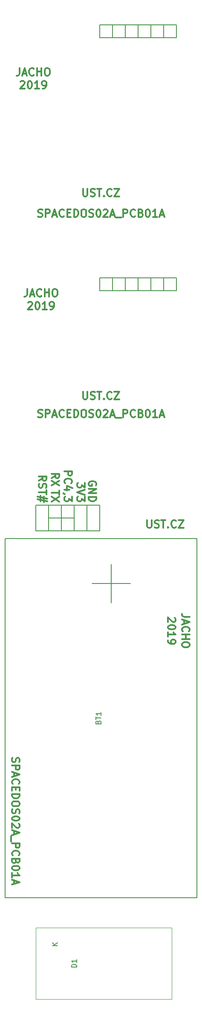
<source format=gbr>
G04 #@! TF.GenerationSoftware,KiCad,Pcbnew,(5.1.0-rc1-3-g6bb8fde48)*
G04 #@! TF.CreationDate,2019-05-06T08:53:10+02:00
G04 #@! TF.ProjectId,SPACEDOS02A_PCB01A,53504143-4544-44f5-9330-32415f504342,REV*
G04 #@! TF.SameCoordinates,Original*
G04 #@! TF.FileFunction,Legend,Top*
G04 #@! TF.FilePolarity,Positive*
%FSLAX46Y46*%
G04 Gerber Fmt 4.6, Leading zero omitted, Abs format (unit mm)*
G04 Created by KiCad (PCBNEW (5.1.0-rc1-3-g6bb8fde48)) date 2019-05-06 08:53:10*
%MOMM*%
%LPD*%
G04 APERTURE LIST*
%ADD10C,0.300000*%
%ADD11C,0.150000*%
%ADD12C,0.100000*%
G04 APERTURE END LIST*
D10*
X4540571Y142918571D02*
X4612000Y142990000D01*
X4754857Y143061428D01*
X5112000Y143061428D01*
X5254857Y142990000D01*
X5326285Y142918571D01*
X5397714Y142775714D01*
X5397714Y142632857D01*
X5326285Y142418571D01*
X4469142Y141561428D01*
X5397714Y141561428D01*
X6326285Y143061428D02*
X6469142Y143061428D01*
X6612000Y142990000D01*
X6683428Y142918571D01*
X6754857Y142775714D01*
X6826285Y142490000D01*
X6826285Y142132857D01*
X6754857Y141847142D01*
X6683428Y141704285D01*
X6612000Y141632857D01*
X6469142Y141561428D01*
X6326285Y141561428D01*
X6183428Y141632857D01*
X6112000Y141704285D01*
X6040571Y141847142D01*
X5969142Y142132857D01*
X5969142Y142490000D01*
X6040571Y142775714D01*
X6112000Y142918571D01*
X6183428Y142990000D01*
X6326285Y143061428D01*
X8254857Y141561428D02*
X7397714Y141561428D01*
X7826285Y141561428D02*
X7826285Y143061428D01*
X7683428Y142847142D01*
X7540571Y142704285D01*
X7397714Y142632857D01*
X8969142Y141561428D02*
X9254857Y141561428D01*
X9397714Y141632857D01*
X9469142Y141704285D01*
X9612000Y141918571D01*
X9683428Y142204285D01*
X9683428Y142775714D01*
X9612000Y142918571D01*
X9540571Y142990000D01*
X9397714Y143061428D01*
X9112000Y143061428D01*
X8969142Y142990000D01*
X8897714Y142918571D01*
X8826285Y142775714D01*
X8826285Y142418571D01*
X8897714Y142275714D01*
X8969142Y142204285D01*
X9112000Y142132857D01*
X9397714Y142132857D01*
X9540571Y142204285D01*
X9612000Y142275714D01*
X9683428Y142418571D01*
X4362000Y145601428D02*
X4362000Y144530000D01*
X4290571Y144315714D01*
X4147714Y144172857D01*
X3933428Y144101428D01*
X3790571Y144101428D01*
X5004857Y144530000D02*
X5719142Y144530000D01*
X4862000Y144101428D02*
X5362000Y145601428D01*
X5862000Y144101428D01*
X7219142Y144244285D02*
X7147714Y144172857D01*
X6933428Y144101428D01*
X6790571Y144101428D01*
X6576285Y144172857D01*
X6433428Y144315714D01*
X6362000Y144458571D01*
X6290571Y144744285D01*
X6290571Y144958571D01*
X6362000Y145244285D01*
X6433428Y145387142D01*
X6576285Y145530000D01*
X6790571Y145601428D01*
X6933428Y145601428D01*
X7147714Y145530000D01*
X7219142Y145458571D01*
X7862000Y144101428D02*
X7862000Y145601428D01*
X7862000Y144887142D02*
X8719142Y144887142D01*
X8719142Y144101428D02*
X8719142Y145601428D01*
X9719142Y145601428D02*
X10004857Y145601428D01*
X10147714Y145530000D01*
X10290571Y145387142D01*
X10362000Y145101428D01*
X10362000Y144601428D01*
X10290571Y144315714D01*
X10147714Y144172857D01*
X10004857Y144101428D01*
X9719142Y144101428D01*
X9576285Y144172857D01*
X9433428Y144315714D01*
X9362000Y144601428D01*
X9362000Y145101428D01*
X9433428Y145387142D01*
X9576285Y145530000D01*
X9719142Y145601428D01*
X3016571Y186606571D02*
X3088000Y186678000D01*
X3230857Y186749428D01*
X3588000Y186749428D01*
X3730857Y186678000D01*
X3802285Y186606571D01*
X3873714Y186463714D01*
X3873714Y186320857D01*
X3802285Y186106571D01*
X2945142Y185249428D01*
X3873714Y185249428D01*
X4802285Y186749428D02*
X4945142Y186749428D01*
X5088000Y186678000D01*
X5159428Y186606571D01*
X5230857Y186463714D01*
X5302285Y186178000D01*
X5302285Y185820857D01*
X5230857Y185535142D01*
X5159428Y185392285D01*
X5088000Y185320857D01*
X4945142Y185249428D01*
X4802285Y185249428D01*
X4659428Y185320857D01*
X4588000Y185392285D01*
X4516571Y185535142D01*
X4445142Y185820857D01*
X4445142Y186178000D01*
X4516571Y186463714D01*
X4588000Y186606571D01*
X4659428Y186678000D01*
X4802285Y186749428D01*
X6730857Y185249428D02*
X5873714Y185249428D01*
X6302285Y185249428D02*
X6302285Y186749428D01*
X6159428Y186535142D01*
X6016571Y186392285D01*
X5873714Y186320857D01*
X7445142Y185249428D02*
X7730857Y185249428D01*
X7873714Y185320857D01*
X7945142Y185392285D01*
X8088000Y185606571D01*
X8159428Y185892285D01*
X8159428Y186463714D01*
X8088000Y186606571D01*
X8016571Y186678000D01*
X7873714Y186749428D01*
X7588000Y186749428D01*
X7445142Y186678000D01*
X7373714Y186606571D01*
X7302285Y186463714D01*
X7302285Y186106571D01*
X7373714Y185963714D01*
X7445142Y185892285D01*
X7588000Y185820857D01*
X7873714Y185820857D01*
X8016571Y185892285D01*
X8088000Y185963714D01*
X8159428Y186106571D01*
X2838000Y189289428D02*
X2838000Y188218000D01*
X2766571Y188003714D01*
X2623714Y187860857D01*
X2409428Y187789428D01*
X2266571Y187789428D01*
X3480857Y188218000D02*
X4195142Y188218000D01*
X3338000Y187789428D02*
X3838000Y189289428D01*
X4338000Y187789428D01*
X5695142Y187932285D02*
X5623714Y187860857D01*
X5409428Y187789428D01*
X5266571Y187789428D01*
X5052285Y187860857D01*
X4909428Y188003714D01*
X4838000Y188146571D01*
X4766571Y188432285D01*
X4766571Y188646571D01*
X4838000Y188932285D01*
X4909428Y189075142D01*
X5052285Y189218000D01*
X5266571Y189289428D01*
X5409428Y189289428D01*
X5623714Y189218000D01*
X5695142Y189146571D01*
X6338000Y187789428D02*
X6338000Y189289428D01*
X6338000Y188575142D02*
X7195142Y188575142D01*
X7195142Y187789428D02*
X7195142Y189289428D01*
X8195142Y189289428D02*
X8480857Y189289428D01*
X8623714Y189218000D01*
X8766571Y189075142D01*
X8838000Y188789428D01*
X8838000Y188289428D01*
X8766571Y188003714D01*
X8623714Y187860857D01*
X8480857Y187789428D01*
X8195142Y187789428D01*
X8052285Y187860857D01*
X7909428Y188003714D01*
X7838000Y188289428D01*
X7838000Y188789428D01*
X7909428Y189075142D01*
X8052285Y189218000D01*
X8195142Y189289428D01*
X15464285Y165413428D02*
X15464285Y164199142D01*
X15535714Y164056285D01*
X15607142Y163984857D01*
X15750000Y163913428D01*
X16035714Y163913428D01*
X16178571Y163984857D01*
X16250000Y164056285D01*
X16321428Y164199142D01*
X16321428Y165413428D01*
X16964285Y163984857D02*
X17178571Y163913428D01*
X17535714Y163913428D01*
X17678571Y163984857D01*
X17750000Y164056285D01*
X17821428Y164199142D01*
X17821428Y164342000D01*
X17750000Y164484857D01*
X17678571Y164556285D01*
X17535714Y164627714D01*
X17250000Y164699142D01*
X17107142Y164770571D01*
X17035714Y164842000D01*
X16964285Y164984857D01*
X16964285Y165127714D01*
X17035714Y165270571D01*
X17107142Y165342000D01*
X17250000Y165413428D01*
X17607142Y165413428D01*
X17821428Y165342000D01*
X18250000Y165413428D02*
X19107142Y165413428D01*
X18678571Y163913428D02*
X18678571Y165413428D01*
X19607142Y164056285D02*
X19678571Y163984857D01*
X19607142Y163913428D01*
X19535714Y163984857D01*
X19607142Y164056285D01*
X19607142Y163913428D01*
X21178571Y164056285D02*
X21107142Y163984857D01*
X20892857Y163913428D01*
X20750000Y163913428D01*
X20535714Y163984857D01*
X20392857Y164127714D01*
X20321428Y164270571D01*
X20250000Y164556285D01*
X20250000Y164770571D01*
X20321428Y165056285D01*
X20392857Y165199142D01*
X20535714Y165342000D01*
X20750000Y165413428D01*
X20892857Y165413428D01*
X21107142Y165342000D01*
X21178571Y165270571D01*
X21678571Y165413428D02*
X22678571Y165413428D01*
X21678571Y163913428D01*
X22678571Y163913428D01*
X15464285Y125281428D02*
X15464285Y124067142D01*
X15535714Y123924285D01*
X15607142Y123852857D01*
X15750000Y123781428D01*
X16035714Y123781428D01*
X16178571Y123852857D01*
X16250000Y123924285D01*
X16321428Y124067142D01*
X16321428Y125281428D01*
X16964285Y123852857D02*
X17178571Y123781428D01*
X17535714Y123781428D01*
X17678571Y123852857D01*
X17750000Y123924285D01*
X17821428Y124067142D01*
X17821428Y124210000D01*
X17750000Y124352857D01*
X17678571Y124424285D01*
X17535714Y124495714D01*
X17250000Y124567142D01*
X17107142Y124638571D01*
X17035714Y124710000D01*
X16964285Y124852857D01*
X16964285Y124995714D01*
X17035714Y125138571D01*
X17107142Y125210000D01*
X17250000Y125281428D01*
X17607142Y125281428D01*
X17821428Y125210000D01*
X18250000Y125281428D02*
X19107142Y125281428D01*
X18678571Y123781428D02*
X18678571Y125281428D01*
X19607142Y123924285D02*
X19678571Y123852857D01*
X19607142Y123781428D01*
X19535714Y123852857D01*
X19607142Y123924285D01*
X19607142Y123781428D01*
X21178571Y123924285D02*
X21107142Y123852857D01*
X20892857Y123781428D01*
X20750000Y123781428D01*
X20535714Y123852857D01*
X20392857Y123995714D01*
X20321428Y124138571D01*
X20250000Y124424285D01*
X20250000Y124638571D01*
X20321428Y124924285D01*
X20392857Y125067142D01*
X20535714Y125210000D01*
X20750000Y125281428D01*
X20892857Y125281428D01*
X21107142Y125210000D01*
X21178571Y125138571D01*
X21678571Y125281428D02*
X22678571Y125281428D01*
X21678571Y123781428D01*
X22678571Y123781428D01*
X6535714Y159920857D02*
X6750000Y159849428D01*
X7107142Y159849428D01*
X7250000Y159920857D01*
X7321428Y159992285D01*
X7392857Y160135142D01*
X7392857Y160278000D01*
X7321428Y160420857D01*
X7250000Y160492285D01*
X7107142Y160563714D01*
X6821428Y160635142D01*
X6678571Y160706571D01*
X6607142Y160778000D01*
X6535714Y160920857D01*
X6535714Y161063714D01*
X6607142Y161206571D01*
X6678571Y161278000D01*
X6821428Y161349428D01*
X7178571Y161349428D01*
X7392857Y161278000D01*
X8035714Y159849428D02*
X8035714Y161349428D01*
X8607142Y161349428D01*
X8750000Y161278000D01*
X8821428Y161206571D01*
X8892857Y161063714D01*
X8892857Y160849428D01*
X8821428Y160706571D01*
X8750000Y160635142D01*
X8607142Y160563714D01*
X8035714Y160563714D01*
X9464285Y160278000D02*
X10178571Y160278000D01*
X9321428Y159849428D02*
X9821428Y161349428D01*
X10321428Y159849428D01*
X11678571Y159992285D02*
X11607142Y159920857D01*
X11392857Y159849428D01*
X11250000Y159849428D01*
X11035714Y159920857D01*
X10892857Y160063714D01*
X10821428Y160206571D01*
X10750000Y160492285D01*
X10750000Y160706571D01*
X10821428Y160992285D01*
X10892857Y161135142D01*
X11035714Y161278000D01*
X11250000Y161349428D01*
X11392857Y161349428D01*
X11607142Y161278000D01*
X11678571Y161206571D01*
X12321428Y160635142D02*
X12821428Y160635142D01*
X13035714Y159849428D02*
X12321428Y159849428D01*
X12321428Y161349428D01*
X13035714Y161349428D01*
X13678571Y159849428D02*
X13678571Y161349428D01*
X14035714Y161349428D01*
X14250000Y161278000D01*
X14392857Y161135142D01*
X14464285Y160992285D01*
X14535714Y160706571D01*
X14535714Y160492285D01*
X14464285Y160206571D01*
X14392857Y160063714D01*
X14250000Y159920857D01*
X14035714Y159849428D01*
X13678571Y159849428D01*
X15464285Y161349428D02*
X15750000Y161349428D01*
X15892857Y161278000D01*
X16035714Y161135142D01*
X16107142Y160849428D01*
X16107142Y160349428D01*
X16035714Y160063714D01*
X15892857Y159920857D01*
X15750000Y159849428D01*
X15464285Y159849428D01*
X15321428Y159920857D01*
X15178571Y160063714D01*
X15107142Y160349428D01*
X15107142Y160849428D01*
X15178571Y161135142D01*
X15321428Y161278000D01*
X15464285Y161349428D01*
X16678571Y159920857D02*
X16892857Y159849428D01*
X17250000Y159849428D01*
X17392857Y159920857D01*
X17464285Y159992285D01*
X17535714Y160135142D01*
X17535714Y160278000D01*
X17464285Y160420857D01*
X17392857Y160492285D01*
X17250000Y160563714D01*
X16964285Y160635142D01*
X16821428Y160706571D01*
X16749999Y160778000D01*
X16678571Y160920857D01*
X16678571Y161063714D01*
X16749999Y161206571D01*
X16821428Y161278000D01*
X16964285Y161349428D01*
X17321428Y161349428D01*
X17535714Y161278000D01*
X18464285Y161349428D02*
X18607142Y161349428D01*
X18750000Y161278000D01*
X18821428Y161206571D01*
X18892857Y161063714D01*
X18964285Y160778000D01*
X18964285Y160420857D01*
X18892857Y160135142D01*
X18821428Y159992285D01*
X18750000Y159920857D01*
X18607142Y159849428D01*
X18464285Y159849428D01*
X18321428Y159920857D01*
X18250000Y159992285D01*
X18178571Y160135142D01*
X18107142Y160420857D01*
X18107142Y160778000D01*
X18178571Y161063714D01*
X18250000Y161206571D01*
X18321428Y161278000D01*
X18464285Y161349428D01*
X19535714Y161206571D02*
X19607142Y161278000D01*
X19750000Y161349428D01*
X20107142Y161349428D01*
X20250000Y161278000D01*
X20321428Y161206571D01*
X20392857Y161063714D01*
X20392857Y160920857D01*
X20321428Y160706571D01*
X19464285Y159849428D01*
X20392857Y159849428D01*
X20964285Y160278000D02*
X21678571Y160278000D01*
X20821428Y159849428D02*
X21321428Y161349428D01*
X21821428Y159849428D01*
X21964285Y159706571D02*
X23107142Y159706571D01*
X23464285Y159849428D02*
X23464285Y161349428D01*
X24035714Y161349428D01*
X24178571Y161278000D01*
X24250000Y161206571D01*
X24321428Y161063714D01*
X24321428Y160849428D01*
X24250000Y160706571D01*
X24178571Y160635142D01*
X24035714Y160563714D01*
X23464285Y160563714D01*
X25821428Y159992285D02*
X25750000Y159920857D01*
X25535714Y159849428D01*
X25392857Y159849428D01*
X25178571Y159920857D01*
X25035714Y160063714D01*
X24964285Y160206571D01*
X24892857Y160492285D01*
X24892857Y160706571D01*
X24964285Y160992285D01*
X25035714Y161135142D01*
X25178571Y161278000D01*
X25392857Y161349428D01*
X25535714Y161349428D01*
X25750000Y161278000D01*
X25821428Y161206571D01*
X26964285Y160635142D02*
X27178571Y160563714D01*
X27250000Y160492285D01*
X27321428Y160349428D01*
X27321428Y160135142D01*
X27250000Y159992285D01*
X27178571Y159920857D01*
X27035714Y159849428D01*
X26464285Y159849428D01*
X26464285Y161349428D01*
X26964285Y161349428D01*
X27107142Y161278000D01*
X27178571Y161206571D01*
X27250000Y161063714D01*
X27250000Y160920857D01*
X27178571Y160778000D01*
X27107142Y160706571D01*
X26964285Y160635142D01*
X26464285Y160635142D01*
X28250000Y161349428D02*
X28392857Y161349428D01*
X28535714Y161278000D01*
X28607142Y161206571D01*
X28678571Y161063714D01*
X28750000Y160778000D01*
X28750000Y160420857D01*
X28678571Y160135142D01*
X28607142Y159992285D01*
X28535714Y159920857D01*
X28392857Y159849428D01*
X28250000Y159849428D01*
X28107142Y159920857D01*
X28035714Y159992285D01*
X27964285Y160135142D01*
X27892857Y160420857D01*
X27892857Y160778000D01*
X27964285Y161063714D01*
X28035714Y161206571D01*
X28107142Y161278000D01*
X28250000Y161349428D01*
X30178571Y159849428D02*
X29321428Y159849428D01*
X29750000Y159849428D02*
X29750000Y161349428D01*
X29607142Y161135142D01*
X29464285Y160992285D01*
X29321428Y160920857D01*
X30750000Y160278000D02*
X31464285Y160278000D01*
X30607142Y159849428D02*
X31107142Y161349428D01*
X31607142Y159849428D01*
X6535714Y120296857D02*
X6750000Y120225428D01*
X7107142Y120225428D01*
X7250000Y120296857D01*
X7321428Y120368285D01*
X7392857Y120511142D01*
X7392857Y120654000D01*
X7321428Y120796857D01*
X7250000Y120868285D01*
X7107142Y120939714D01*
X6821428Y121011142D01*
X6678571Y121082571D01*
X6607142Y121154000D01*
X6535714Y121296857D01*
X6535714Y121439714D01*
X6607142Y121582571D01*
X6678571Y121654000D01*
X6821428Y121725428D01*
X7178571Y121725428D01*
X7392857Y121654000D01*
X8035714Y120225428D02*
X8035714Y121725428D01*
X8607142Y121725428D01*
X8750000Y121654000D01*
X8821428Y121582571D01*
X8892857Y121439714D01*
X8892857Y121225428D01*
X8821428Y121082571D01*
X8750000Y121011142D01*
X8607142Y120939714D01*
X8035714Y120939714D01*
X9464285Y120654000D02*
X10178571Y120654000D01*
X9321428Y120225428D02*
X9821428Y121725428D01*
X10321428Y120225428D01*
X11678571Y120368285D02*
X11607142Y120296857D01*
X11392857Y120225428D01*
X11250000Y120225428D01*
X11035714Y120296857D01*
X10892857Y120439714D01*
X10821428Y120582571D01*
X10750000Y120868285D01*
X10750000Y121082571D01*
X10821428Y121368285D01*
X10892857Y121511142D01*
X11035714Y121654000D01*
X11250000Y121725428D01*
X11392857Y121725428D01*
X11607142Y121654000D01*
X11678571Y121582571D01*
X12321428Y121011142D02*
X12821428Y121011142D01*
X13035714Y120225428D02*
X12321428Y120225428D01*
X12321428Y121725428D01*
X13035714Y121725428D01*
X13678571Y120225428D02*
X13678571Y121725428D01*
X14035714Y121725428D01*
X14250000Y121654000D01*
X14392857Y121511142D01*
X14464285Y121368285D01*
X14535714Y121082571D01*
X14535714Y120868285D01*
X14464285Y120582571D01*
X14392857Y120439714D01*
X14250000Y120296857D01*
X14035714Y120225428D01*
X13678571Y120225428D01*
X15464285Y121725428D02*
X15750000Y121725428D01*
X15892857Y121654000D01*
X16035714Y121511142D01*
X16107142Y121225428D01*
X16107142Y120725428D01*
X16035714Y120439714D01*
X15892857Y120296857D01*
X15750000Y120225428D01*
X15464285Y120225428D01*
X15321428Y120296857D01*
X15178571Y120439714D01*
X15107142Y120725428D01*
X15107142Y121225428D01*
X15178571Y121511142D01*
X15321428Y121654000D01*
X15464285Y121725428D01*
X16678571Y120296857D02*
X16892857Y120225428D01*
X17250000Y120225428D01*
X17392857Y120296857D01*
X17464285Y120368285D01*
X17535714Y120511142D01*
X17535714Y120654000D01*
X17464285Y120796857D01*
X17392857Y120868285D01*
X17250000Y120939714D01*
X16964285Y121011142D01*
X16821428Y121082571D01*
X16749999Y121154000D01*
X16678571Y121296857D01*
X16678571Y121439714D01*
X16749999Y121582571D01*
X16821428Y121654000D01*
X16964285Y121725428D01*
X17321428Y121725428D01*
X17535714Y121654000D01*
X18464285Y121725428D02*
X18607142Y121725428D01*
X18750000Y121654000D01*
X18821428Y121582571D01*
X18892857Y121439714D01*
X18964285Y121154000D01*
X18964285Y120796857D01*
X18892857Y120511142D01*
X18821428Y120368285D01*
X18750000Y120296857D01*
X18607142Y120225428D01*
X18464285Y120225428D01*
X18321428Y120296857D01*
X18250000Y120368285D01*
X18178571Y120511142D01*
X18107142Y120796857D01*
X18107142Y121154000D01*
X18178571Y121439714D01*
X18250000Y121582571D01*
X18321428Y121654000D01*
X18464285Y121725428D01*
X19535714Y121582571D02*
X19607142Y121654000D01*
X19750000Y121725428D01*
X20107142Y121725428D01*
X20250000Y121654000D01*
X20321428Y121582571D01*
X20392857Y121439714D01*
X20392857Y121296857D01*
X20321428Y121082571D01*
X19464285Y120225428D01*
X20392857Y120225428D01*
X20964285Y120654000D02*
X21678571Y120654000D01*
X20821428Y120225428D02*
X21321428Y121725428D01*
X21821428Y120225428D01*
X21964285Y120082571D02*
X23107142Y120082571D01*
X23464285Y120225428D02*
X23464285Y121725428D01*
X24035714Y121725428D01*
X24178571Y121654000D01*
X24250000Y121582571D01*
X24321428Y121439714D01*
X24321428Y121225428D01*
X24250000Y121082571D01*
X24178571Y121011142D01*
X24035714Y120939714D01*
X23464285Y120939714D01*
X25821428Y120368285D02*
X25750000Y120296857D01*
X25535714Y120225428D01*
X25392857Y120225428D01*
X25178571Y120296857D01*
X25035714Y120439714D01*
X24964285Y120582571D01*
X24892857Y120868285D01*
X24892857Y121082571D01*
X24964285Y121368285D01*
X25035714Y121511142D01*
X25178571Y121654000D01*
X25392857Y121725428D01*
X25535714Y121725428D01*
X25750000Y121654000D01*
X25821428Y121582571D01*
X26964285Y121011142D02*
X27178571Y120939714D01*
X27250000Y120868285D01*
X27321428Y120725428D01*
X27321428Y120511142D01*
X27250000Y120368285D01*
X27178571Y120296857D01*
X27035714Y120225428D01*
X26464285Y120225428D01*
X26464285Y121725428D01*
X26964285Y121725428D01*
X27107142Y121654000D01*
X27178571Y121582571D01*
X27250000Y121439714D01*
X27250000Y121296857D01*
X27178571Y121154000D01*
X27107142Y121082571D01*
X26964285Y121011142D01*
X26464285Y121011142D01*
X28250000Y121725428D02*
X28392857Y121725428D01*
X28535714Y121654000D01*
X28607142Y121582571D01*
X28678571Y121439714D01*
X28750000Y121154000D01*
X28750000Y120796857D01*
X28678571Y120511142D01*
X28607142Y120368285D01*
X28535714Y120296857D01*
X28392857Y120225428D01*
X28250000Y120225428D01*
X28107142Y120296857D01*
X28035714Y120368285D01*
X27964285Y120511142D01*
X27892857Y120796857D01*
X27892857Y121154000D01*
X27964285Y121439714D01*
X28035714Y121582571D01*
X28107142Y121654000D01*
X28250000Y121725428D01*
X30178571Y120225428D02*
X29321428Y120225428D01*
X29750000Y120225428D02*
X29750000Y121725428D01*
X29607142Y121511142D01*
X29464285Y121368285D01*
X29321428Y121296857D01*
X30750000Y120654000D02*
X31464285Y120654000D01*
X30607142Y120225428D02*
X31107142Y121725428D01*
X31607142Y120225428D01*
X18022000Y106747571D02*
X18093428Y106890428D01*
X18093428Y107104714D01*
X18022000Y107319000D01*
X17879142Y107461857D01*
X17736285Y107533285D01*
X17450571Y107604714D01*
X17236285Y107604714D01*
X16950571Y107533285D01*
X16807714Y107461857D01*
X16664857Y107319000D01*
X16593428Y107104714D01*
X16593428Y106961857D01*
X16664857Y106747571D01*
X16736285Y106676142D01*
X17236285Y106676142D01*
X17236285Y106961857D01*
X16593428Y106033285D02*
X18093428Y106033285D01*
X16593428Y105176142D01*
X18093428Y105176142D01*
X16593428Y104461857D02*
X18093428Y104461857D01*
X18093428Y104104714D01*
X18022000Y103890428D01*
X17879142Y103747571D01*
X17736285Y103676142D01*
X17450571Y103604714D01*
X17236285Y103604714D01*
X16950571Y103676142D01*
X16807714Y103747571D01*
X16664857Y103890428D01*
X16593428Y104104714D01*
X16593428Y104461857D01*
X9227428Y108200000D02*
X9941714Y108700000D01*
X9227428Y109057142D02*
X10727428Y109057142D01*
X10727428Y108485714D01*
X10656000Y108342857D01*
X10584571Y108271428D01*
X10441714Y108200000D01*
X10227428Y108200000D01*
X10084571Y108271428D01*
X10013142Y108342857D01*
X9941714Y108485714D01*
X9941714Y109057142D01*
X10727428Y107700000D02*
X9227428Y106700000D01*
X10727428Y106700000D02*
X9227428Y107700000D01*
X11767428Y109533285D02*
X13267428Y109533285D01*
X13267428Y108961857D01*
X13196000Y108819000D01*
X13124571Y108747571D01*
X12981714Y108676142D01*
X12767428Y108676142D01*
X12624571Y108747571D01*
X12553142Y108819000D01*
X12481714Y108961857D01*
X12481714Y109533285D01*
X11910285Y107176142D02*
X11838857Y107247571D01*
X11767428Y107461857D01*
X11767428Y107604714D01*
X11838857Y107819000D01*
X11981714Y107961857D01*
X12124571Y108033285D01*
X12410285Y108104714D01*
X12624571Y108104714D01*
X12910285Y108033285D01*
X13053142Y107961857D01*
X13196000Y107819000D01*
X13267428Y107604714D01*
X13267428Y107461857D01*
X13196000Y107247571D01*
X13124571Y107176142D01*
X12767428Y105890428D02*
X11767428Y105890428D01*
X13338857Y106247571D02*
X12267428Y106604714D01*
X12267428Y105676142D01*
X11838857Y105033285D02*
X11767428Y105033285D01*
X11624571Y105104714D01*
X11553142Y105176142D01*
X13267428Y104533285D02*
X13267428Y103604714D01*
X12696000Y104104714D01*
X12696000Y103890428D01*
X12624571Y103747571D01*
X12553142Y103676142D01*
X12410285Y103604714D01*
X12053142Y103604714D01*
X11910285Y103676142D01*
X11838857Y103747571D01*
X11767428Y103890428D01*
X11767428Y104319000D01*
X11838857Y104461857D01*
X11910285Y104533285D01*
X10727428Y105747571D02*
X10727428Y104890428D01*
X9227428Y105319000D02*
X10727428Y105319000D01*
X10727428Y104533285D02*
X9227428Y103533285D01*
X10727428Y103533285D02*
X9227428Y104533285D01*
X6687428Y107676142D02*
X7401714Y108176142D01*
X6687428Y108533285D02*
X8187428Y108533285D01*
X8187428Y107961857D01*
X8116000Y107819000D01*
X8044571Y107747571D01*
X7901714Y107676142D01*
X7687428Y107676142D01*
X7544571Y107747571D01*
X7473142Y107819000D01*
X7401714Y107961857D01*
X7401714Y108533285D01*
X6758857Y107104714D02*
X6687428Y106890428D01*
X6687428Y106533285D01*
X6758857Y106390428D01*
X6830285Y106319000D01*
X6973142Y106247571D01*
X7116000Y106247571D01*
X7258857Y106319000D01*
X7330285Y106390428D01*
X7401714Y106533285D01*
X7473142Y106819000D01*
X7544571Y106961857D01*
X7616000Y107033285D01*
X7758857Y107104714D01*
X7901714Y107104714D01*
X8044571Y107033285D01*
X8116000Y106961857D01*
X8187428Y106819000D01*
X8187428Y106461857D01*
X8116000Y106247571D01*
X8187428Y105819000D02*
X8187428Y104961857D01*
X6687428Y105390428D02*
X8187428Y105390428D01*
X7687428Y104533285D02*
X7687428Y103461857D01*
X8330285Y104104714D02*
X6401714Y104533285D01*
X7044571Y103604714D02*
X7044571Y104676142D01*
X6401714Y104033285D02*
X8330285Y103604714D01*
X15807428Y107247571D02*
X15807428Y106319000D01*
X15236000Y106819000D01*
X15236000Y106604714D01*
X15164571Y106461857D01*
X15093142Y106390428D01*
X14950285Y106319000D01*
X14593142Y106319000D01*
X14450285Y106390428D01*
X14378857Y106461857D01*
X14307428Y106604714D01*
X14307428Y107033285D01*
X14378857Y107176142D01*
X14450285Y107247571D01*
X15807428Y105890428D02*
X14307428Y105390428D01*
X15807428Y104890428D01*
X15807428Y104533285D02*
X15807428Y103604714D01*
X15236000Y104104714D01*
X15236000Y103890428D01*
X15164571Y103747571D01*
X15093142Y103676142D01*
X14950285Y103604714D01*
X14593142Y103604714D01*
X14450285Y103676142D01*
X14378857Y103747571D01*
X14307428Y103890428D01*
X14307428Y104319000D01*
X14378857Y104461857D01*
X14450285Y104533285D01*
X28214285Y99881428D02*
X28214285Y98667142D01*
X28285714Y98524285D01*
X28357142Y98452857D01*
X28500000Y98381428D01*
X28785714Y98381428D01*
X28928571Y98452857D01*
X29000000Y98524285D01*
X29071428Y98667142D01*
X29071428Y99881428D01*
X29714285Y98452857D02*
X29928571Y98381428D01*
X30285714Y98381428D01*
X30428571Y98452857D01*
X30500000Y98524285D01*
X30571428Y98667142D01*
X30571428Y98810000D01*
X30500000Y98952857D01*
X30428571Y99024285D01*
X30285714Y99095714D01*
X30000000Y99167142D01*
X29857142Y99238571D01*
X29785714Y99310000D01*
X29714285Y99452857D01*
X29714285Y99595714D01*
X29785714Y99738571D01*
X29857142Y99810000D01*
X30000000Y99881428D01*
X30357142Y99881428D01*
X30571428Y99810000D01*
X31000000Y99881428D02*
X31857142Y99881428D01*
X31428571Y98381428D02*
X31428571Y99881428D01*
X32357142Y98524285D02*
X32428571Y98452857D01*
X32357142Y98381428D01*
X32285714Y98452857D01*
X32357142Y98524285D01*
X32357142Y98381428D01*
X33928571Y98524285D02*
X33857142Y98452857D01*
X33642857Y98381428D01*
X33500000Y98381428D01*
X33285714Y98452857D01*
X33142857Y98595714D01*
X33071428Y98738571D01*
X33000000Y99024285D01*
X33000000Y99238571D01*
X33071428Y99524285D01*
X33142857Y99667142D01*
X33285714Y99810000D01*
X33500000Y99881428D01*
X33642857Y99881428D01*
X33857142Y99810000D01*
X33928571Y99738571D01*
X34428571Y99881428D02*
X35428571Y99881428D01*
X34428571Y98381428D01*
X35428571Y98381428D01*
X33698571Y80549428D02*
X33770000Y80478000D01*
X33841428Y80335142D01*
X33841428Y79978000D01*
X33770000Y79835142D01*
X33698571Y79763714D01*
X33555714Y79692285D01*
X33412857Y79692285D01*
X33198571Y79763714D01*
X32341428Y80620857D01*
X32341428Y79692285D01*
X33841428Y78763714D02*
X33841428Y78620857D01*
X33770000Y78478000D01*
X33698571Y78406571D01*
X33555714Y78335142D01*
X33270000Y78263714D01*
X32912857Y78263714D01*
X32627142Y78335142D01*
X32484285Y78406571D01*
X32412857Y78478000D01*
X32341428Y78620857D01*
X32341428Y78763714D01*
X32412857Y78906571D01*
X32484285Y78978000D01*
X32627142Y79049428D01*
X32912857Y79120857D01*
X33270000Y79120857D01*
X33555714Y79049428D01*
X33698571Y78978000D01*
X33770000Y78906571D01*
X33841428Y78763714D01*
X32341428Y76835142D02*
X32341428Y77692285D01*
X32341428Y77263714D02*
X33841428Y77263714D01*
X33627142Y77406571D01*
X33484285Y77549428D01*
X33412857Y77692285D01*
X32341428Y76120857D02*
X32341428Y75835142D01*
X32412857Y75692285D01*
X32484285Y75620857D01*
X32698571Y75478000D01*
X32984285Y75406571D01*
X33555714Y75406571D01*
X33698571Y75478000D01*
X33770000Y75549428D01*
X33841428Y75692285D01*
X33841428Y75978000D01*
X33770000Y76120857D01*
X33698571Y76192285D01*
X33555714Y76263714D01*
X33198571Y76263714D01*
X33055714Y76192285D01*
X32984285Y76120857D01*
X32912857Y75978000D01*
X32912857Y75692285D01*
X32984285Y75549428D01*
X33055714Y75478000D01*
X33198571Y75406571D01*
X36635428Y80728000D02*
X35564000Y80728000D01*
X35349714Y80799428D01*
X35206857Y80942285D01*
X35135428Y81156571D01*
X35135428Y81299428D01*
X35564000Y80085142D02*
X35564000Y79370857D01*
X35135428Y80228000D02*
X36635428Y79728000D01*
X35135428Y79228000D01*
X35278285Y77870857D02*
X35206857Y77942285D01*
X35135428Y78156571D01*
X35135428Y78299428D01*
X35206857Y78513714D01*
X35349714Y78656571D01*
X35492571Y78728000D01*
X35778285Y78799428D01*
X35992571Y78799428D01*
X36278285Y78728000D01*
X36421142Y78656571D01*
X36564000Y78513714D01*
X36635428Y78299428D01*
X36635428Y78156571D01*
X36564000Y77942285D01*
X36492571Y77870857D01*
X35135428Y77228000D02*
X36635428Y77228000D01*
X35921142Y77228000D02*
X35921142Y76370857D01*
X35135428Y76370857D02*
X36635428Y76370857D01*
X36635428Y75370857D02*
X36635428Y75085142D01*
X36564000Y74942285D01*
X36421142Y74799428D01*
X36135428Y74728000D01*
X35635428Y74728000D01*
X35349714Y74799428D01*
X35206857Y74942285D01*
X35135428Y75085142D01*
X35135428Y75370857D01*
X35206857Y75513714D01*
X35349714Y75656571D01*
X35635428Y75728000D01*
X36135428Y75728000D01*
X36421142Y75656571D01*
X36564000Y75513714D01*
X36635428Y75370857D01*
X1424857Y52850285D02*
X1353428Y52636000D01*
X1353428Y52278857D01*
X1424857Y52136000D01*
X1496285Y52064571D01*
X1639142Y51993142D01*
X1781999Y51993142D01*
X1924857Y52064571D01*
X1996285Y52136000D01*
X2067714Y52278857D01*
X2139142Y52564571D01*
X2210571Y52707428D01*
X2281999Y52778857D01*
X2424857Y52850285D01*
X2567714Y52850285D01*
X2710571Y52778857D01*
X2781999Y52707428D01*
X2853428Y52564571D01*
X2853428Y52207428D01*
X2781999Y51993142D01*
X1353428Y51350285D02*
X2853428Y51350285D01*
X2853428Y50778857D01*
X2781999Y50636000D01*
X2710571Y50564571D01*
X2567714Y50493142D01*
X2353428Y50493142D01*
X2210571Y50564571D01*
X2139142Y50636000D01*
X2067714Y50778857D01*
X2067714Y51350285D01*
X1781999Y49921714D02*
X1781999Y49207428D01*
X1353428Y50064571D02*
X2853428Y49564571D01*
X1353428Y49064571D01*
X1496285Y47707428D02*
X1424857Y47778857D01*
X1353428Y47993142D01*
X1353428Y48136000D01*
X1424857Y48350285D01*
X1567714Y48493142D01*
X1710571Y48564571D01*
X1996285Y48636000D01*
X2210571Y48636000D01*
X2496285Y48564571D01*
X2639142Y48493142D01*
X2781999Y48350285D01*
X2853428Y48136000D01*
X2853428Y47993142D01*
X2781999Y47778857D01*
X2710571Y47707428D01*
X2139142Y47064571D02*
X2139142Y46564571D01*
X1353428Y46350285D02*
X1353428Y47064571D01*
X2853428Y47064571D01*
X2853428Y46350285D01*
X1353428Y45707428D02*
X2853428Y45707428D01*
X2853428Y45350285D01*
X2782000Y45136000D01*
X2639142Y44993142D01*
X2496285Y44921714D01*
X2210571Y44850285D01*
X1996285Y44850285D01*
X1710571Y44921714D01*
X1567714Y44993142D01*
X1424857Y45136000D01*
X1353428Y45350285D01*
X1353428Y45707428D01*
X2853428Y43921714D02*
X2853428Y43636000D01*
X2782000Y43493142D01*
X2639142Y43350285D01*
X2353428Y43278857D01*
X1853428Y43278857D01*
X1567714Y43350285D01*
X1424857Y43493142D01*
X1353428Y43636000D01*
X1353428Y43921714D01*
X1424857Y44064571D01*
X1567714Y44207428D01*
X1853428Y44278857D01*
X2353428Y44278857D01*
X2639142Y44207428D01*
X2782000Y44064571D01*
X2853428Y43921714D01*
X1424857Y42707428D02*
X1353428Y42493142D01*
X1353428Y42136000D01*
X1424857Y41993142D01*
X1496285Y41921714D01*
X1639142Y41850285D01*
X1782000Y41850285D01*
X1924857Y41921714D01*
X1996285Y41993142D01*
X2067714Y42136000D01*
X2139142Y42421714D01*
X2210571Y42564571D01*
X2282000Y42636000D01*
X2424857Y42707428D01*
X2567714Y42707428D01*
X2710571Y42636000D01*
X2782000Y42564571D01*
X2853428Y42421714D01*
X2853428Y42064571D01*
X2782000Y41850285D01*
X2853428Y40921714D02*
X2853428Y40778857D01*
X2782000Y40636000D01*
X2710571Y40564571D01*
X2567714Y40493142D01*
X2282000Y40421714D01*
X1924857Y40421714D01*
X1639142Y40493142D01*
X1496285Y40564571D01*
X1424857Y40636000D01*
X1353428Y40778857D01*
X1353428Y40921714D01*
X1424857Y41064571D01*
X1496285Y41136000D01*
X1639142Y41207428D01*
X1924857Y41278857D01*
X2282000Y41278857D01*
X2567714Y41207428D01*
X2710571Y41136000D01*
X2782000Y41064571D01*
X2853428Y40921714D01*
X2710571Y39850285D02*
X2782000Y39778857D01*
X2853428Y39636000D01*
X2853428Y39278857D01*
X2782000Y39136000D01*
X2710571Y39064571D01*
X2567714Y38993142D01*
X2424857Y38993142D01*
X2210571Y39064571D01*
X1353428Y39921714D01*
X1353428Y38993142D01*
X1782000Y38421714D02*
X1782000Y37707428D01*
X1353428Y38564571D02*
X2853428Y38064571D01*
X1353428Y37564571D01*
X1210571Y37421714D02*
X1210571Y36278857D01*
X1353428Y35921714D02*
X2853428Y35921714D01*
X2853428Y35350285D01*
X2782000Y35207428D01*
X2710571Y35136000D01*
X2567714Y35064571D01*
X2353428Y35064571D01*
X2210571Y35136000D01*
X2139142Y35207428D01*
X2067714Y35350285D01*
X2067714Y35921714D01*
X1496285Y33564571D02*
X1424857Y33636000D01*
X1353428Y33850285D01*
X1353428Y33993142D01*
X1424857Y34207428D01*
X1567714Y34350285D01*
X1710571Y34421714D01*
X1996285Y34493142D01*
X2210571Y34493142D01*
X2496285Y34421714D01*
X2639142Y34350285D01*
X2782000Y34207428D01*
X2853428Y33993142D01*
X2853428Y33850285D01*
X2782000Y33636000D01*
X2710571Y33564571D01*
X2139142Y32421714D02*
X2067714Y32207428D01*
X1996285Y32136000D01*
X1853428Y32064571D01*
X1639142Y32064571D01*
X1496285Y32136000D01*
X1424857Y32207428D01*
X1353428Y32350285D01*
X1353428Y32921714D01*
X2853428Y32921714D01*
X2853428Y32421714D01*
X2782000Y32278857D01*
X2710571Y32207428D01*
X2567714Y32136000D01*
X2424857Y32136000D01*
X2282000Y32207428D01*
X2210571Y32278857D01*
X2139142Y32421714D01*
X2139142Y32921714D01*
X2853428Y31136000D02*
X2853428Y30993142D01*
X2782000Y30850285D01*
X2710571Y30778857D01*
X2567714Y30707428D01*
X2282000Y30636000D01*
X1924857Y30636000D01*
X1639142Y30707428D01*
X1496285Y30778857D01*
X1424857Y30850285D01*
X1353428Y30993142D01*
X1353428Y31136000D01*
X1424857Y31278857D01*
X1496285Y31350285D01*
X1639142Y31421714D01*
X1924857Y31493142D01*
X2282000Y31493142D01*
X2567714Y31421714D01*
X2710571Y31350285D01*
X2782000Y31278857D01*
X2853428Y31136000D01*
X1353428Y29207428D02*
X1353428Y30064571D01*
X1353428Y29636000D02*
X2853428Y29636000D01*
X2639142Y29778857D01*
X2496285Y29921714D01*
X2424857Y30064571D01*
X1782000Y28635999D02*
X1782000Y27921714D01*
X1353428Y28778857D02*
X2853428Y28278857D01*
X1353428Y27778857D01*
D11*
X38100000Y96206000D02*
X38100000Y25206000D01*
X38100000Y25206000D02*
X0Y25206000D01*
X0Y96206000D02*
X0Y25206000D01*
X38100000Y96206000D02*
X0Y96206000D01*
X16256000Y102870000D02*
X18796000Y102870000D01*
X18796000Y102870000D02*
X18796000Y97790000D01*
X18796000Y97790000D02*
X16256000Y97790000D01*
X16256000Y97790000D02*
X16256000Y102870000D01*
X11176000Y97790000D02*
X8636000Y97790000D01*
X11176000Y100330000D02*
X11176000Y97790000D01*
X8636000Y100330000D02*
X11176000Y100330000D01*
X8636000Y97790000D02*
X8636000Y100330000D01*
X13716000Y100330000D02*
X11176000Y100330000D01*
X13716000Y102870000D02*
X13716000Y100330000D01*
X11176000Y102870000D02*
X13716000Y102870000D01*
X11176000Y100330000D02*
X11176000Y102870000D01*
X11176000Y100330000D02*
X8636000Y100330000D01*
X11176000Y102870000D02*
X11176000Y100330000D01*
X8636000Y102870000D02*
X11176000Y102870000D01*
X8636000Y100330000D02*
X8636000Y102870000D01*
X13716000Y97790000D02*
X11176000Y97790000D01*
X13716000Y100330000D02*
X13716000Y97790000D01*
X11176000Y100330000D02*
X13716000Y100330000D01*
X11176000Y97790000D02*
X11176000Y100330000D01*
X8636000Y97790000D02*
X6096000Y97790000D01*
X8636000Y102870000D02*
X8636000Y97790000D01*
X6096000Y102870000D02*
X8636000Y102870000D01*
X6096000Y97790000D02*
X6096000Y102870000D01*
D12*
X33096000Y19292000D02*
X33096000Y5092000D01*
X33096000Y19292000D02*
X6096000Y19292000D01*
X6096000Y19292000D02*
X6096000Y5092000D01*
X33096000Y5092000D02*
X6096000Y5092000D01*
D11*
X13716000Y102870000D02*
X16256000Y102870000D01*
X16256000Y102870000D02*
X16256000Y97790000D01*
X16256000Y97790000D02*
X13716000Y97790000D01*
X13716000Y97790000D02*
X13716000Y102870000D01*
X26416000Y145288000D02*
X26416000Y147828000D01*
X28956000Y145288000D02*
X26416000Y145288000D01*
X28956000Y147828000D02*
X28956000Y145288000D01*
X26416000Y147828000D02*
X28956000Y147828000D01*
X23876000Y147828000D02*
X26416000Y147828000D01*
X26416000Y147828000D02*
X26416000Y145288000D01*
X26416000Y145288000D02*
X23876000Y145288000D01*
X23876000Y145288000D02*
X23876000Y147828000D01*
X28956000Y145288000D02*
X28956000Y147828000D01*
X31496000Y145288000D02*
X28956000Y145288000D01*
X31496000Y147828000D02*
X31496000Y145288000D01*
X28956000Y147828000D02*
X31496000Y147828000D01*
X18796000Y145288000D02*
X18796000Y147828000D01*
X21336000Y145288000D02*
X18796000Y145288000D01*
X21336000Y147828000D02*
X21336000Y145288000D01*
X18796000Y147828000D02*
X21336000Y147828000D01*
X21336000Y147828000D02*
X23876000Y147828000D01*
X23876000Y147828000D02*
X23876000Y145288000D01*
X23876000Y145288000D02*
X21336000Y145288000D01*
X21336000Y145288000D02*
X21336000Y147828000D01*
X31496000Y147828000D02*
X34036000Y147828000D01*
X34036000Y147828000D02*
X34036000Y145288000D01*
X34036000Y145288000D02*
X31496000Y145288000D01*
X31496000Y145288000D02*
X31496000Y147828000D01*
X26416000Y197866000D02*
X28956000Y197866000D01*
X28956000Y197866000D02*
X28956000Y195326000D01*
X28956000Y195326000D02*
X26416000Y195326000D01*
X26416000Y195326000D02*
X26416000Y197866000D01*
X23876000Y195326000D02*
X23876000Y197866000D01*
X26416000Y195326000D02*
X23876000Y195326000D01*
X26416000Y197866000D02*
X26416000Y195326000D01*
X23876000Y197866000D02*
X26416000Y197866000D01*
X28956000Y197866000D02*
X31496000Y197866000D01*
X31496000Y197866000D02*
X31496000Y195326000D01*
X31496000Y195326000D02*
X28956000Y195326000D01*
X28956000Y195326000D02*
X28956000Y197866000D01*
X18796000Y197866000D02*
X21336000Y197866000D01*
X21336000Y197866000D02*
X21336000Y195326000D01*
X21336000Y195326000D02*
X18796000Y195326000D01*
X18796000Y195326000D02*
X18796000Y197866000D01*
X21336000Y195326000D02*
X21336000Y197866000D01*
X23876000Y195326000D02*
X21336000Y195326000D01*
X23876000Y197866000D02*
X23876000Y195326000D01*
X21336000Y197866000D02*
X23876000Y197866000D01*
X34036000Y195326000D02*
X31496000Y195326000D01*
X34036000Y197866000D02*
X34036000Y195326000D01*
X31496000Y197866000D02*
X34036000Y197866000D01*
X31496000Y195326000D02*
X31496000Y197866000D01*
X18478571Y59920285D02*
X18526190Y60063142D01*
X18573809Y60110761D01*
X18669047Y60158380D01*
X18811904Y60158380D01*
X18907142Y60110761D01*
X18954761Y60063142D01*
X19002380Y59967904D01*
X19002380Y59586952D01*
X18002380Y59586952D01*
X18002380Y59920285D01*
X18050000Y60015523D01*
X18097619Y60063142D01*
X18192857Y60110761D01*
X18288095Y60110761D01*
X18383333Y60063142D01*
X18430952Y60015523D01*
X18478571Y59920285D01*
X18478571Y59586952D01*
X18002380Y60444095D02*
X18002380Y61015523D01*
X19002380Y60729809D02*
X18002380Y60729809D01*
X19002380Y61872666D02*
X19002380Y61301238D01*
X19002380Y61586952D02*
X18002380Y61586952D01*
X18145238Y61491714D01*
X18240476Y61396476D01*
X18288095Y61301238D01*
X21034285Y83566476D02*
X21034285Y91185523D01*
X24843809Y87376000D02*
X17224761Y87376000D01*
X14168380Y11453904D02*
X13168380Y11453904D01*
X13168380Y11692000D01*
X13216000Y11834857D01*
X13311238Y11930095D01*
X13406476Y11977714D01*
X13596952Y12025333D01*
X13739809Y12025333D01*
X13930285Y11977714D01*
X14025523Y11930095D01*
X14120761Y11834857D01*
X14168380Y11692000D01*
X14168380Y11453904D01*
X14168380Y12977714D02*
X14168380Y12406285D01*
X14168380Y12692000D02*
X13168380Y12692000D01*
X13311238Y12596761D01*
X13406476Y12501523D01*
X13454095Y12406285D01*
X10358380Y15740095D02*
X9358380Y15740095D01*
X10358380Y16311523D02*
X9786952Y15882952D01*
X9358380Y16311523D02*
X9929809Y15740095D01*
M02*

</source>
